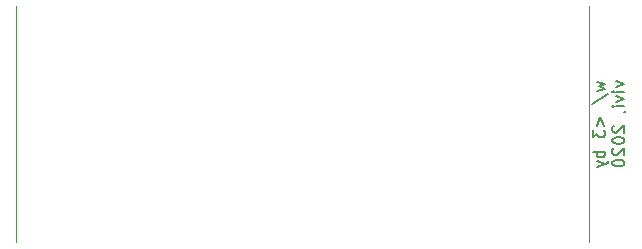
<source format=gbr>
%TF.GenerationSoftware,KiCad,Pcbnew,5.1.6-c6e7f7d~87~ubuntu18.04.1*%
%TF.CreationDate,2020-09-20T16:09:31-04:00*%
%TF.ProjectId,bt500-usbc,62743530-302d-4757-9362-632e6b696361,rev?*%
%TF.SameCoordinates,Original*%
%TF.FileFunction,Legend,Bot*%
%TF.FilePolarity,Positive*%
%FSLAX46Y46*%
G04 Gerber Fmt 4.6, Leading zero omitted, Abs format (unit mm)*
G04 Created by KiCad (PCBNEW 5.1.6-c6e7f7d~87~ubuntu18.04.1) date 2020-09-20 16:09:31*
%MOMM*%
%LPD*%
G01*
G04 APERTURE LIST*
%ADD10C,0.150000*%
%ADD11C,0.120000*%
G04 APERTURE END LIST*
D10*
X172210714Y-92654761D02*
X172877380Y-92845238D01*
X172401190Y-93035714D01*
X172877380Y-93226190D01*
X172210714Y-93416666D01*
X171829761Y-94511904D02*
X173115476Y-93654761D01*
X172210714Y-96369047D02*
X172496428Y-95607142D01*
X172782142Y-96369047D01*
X171877380Y-96750000D02*
X171877380Y-97369047D01*
X172258333Y-97035714D01*
X172258333Y-97178571D01*
X172305952Y-97273809D01*
X172353571Y-97321428D01*
X172448809Y-97369047D01*
X172686904Y-97369047D01*
X172782142Y-97321428D01*
X172829761Y-97273809D01*
X172877380Y-97178571D01*
X172877380Y-96892857D01*
X172829761Y-96797619D01*
X172782142Y-96750000D01*
X172877380Y-98559523D02*
X171877380Y-98559523D01*
X172258333Y-98559523D02*
X172210714Y-98654761D01*
X172210714Y-98845238D01*
X172258333Y-98940476D01*
X172305952Y-98988095D01*
X172401190Y-99035714D01*
X172686904Y-99035714D01*
X172782142Y-98988095D01*
X172829761Y-98940476D01*
X172877380Y-98845238D01*
X172877380Y-98654761D01*
X172829761Y-98559523D01*
X172210714Y-99369047D02*
X172877380Y-99607142D01*
X172210714Y-99845238D02*
X172877380Y-99607142D01*
X173115476Y-99511904D01*
X173163095Y-99464285D01*
X173210714Y-99369047D01*
X173860714Y-92630952D02*
X174527380Y-92869047D01*
X173860714Y-93107142D01*
X174527380Y-93488095D02*
X173860714Y-93488095D01*
X173527380Y-93488095D02*
X173575000Y-93440476D01*
X173622619Y-93488095D01*
X173575000Y-93535714D01*
X173527380Y-93488095D01*
X173622619Y-93488095D01*
X173860714Y-93869047D02*
X174527380Y-94107142D01*
X173860714Y-94345238D01*
X174527380Y-94726190D02*
X173860714Y-94726190D01*
X173527380Y-94726190D02*
X173575000Y-94678571D01*
X173622619Y-94726190D01*
X173575000Y-94773809D01*
X173527380Y-94726190D01*
X173622619Y-94726190D01*
X174479761Y-95250000D02*
X174527380Y-95250000D01*
X174622619Y-95202380D01*
X174670238Y-95154761D01*
X173622619Y-96392857D02*
X173575000Y-96440476D01*
X173527380Y-96535714D01*
X173527380Y-96773809D01*
X173575000Y-96869047D01*
X173622619Y-96916666D01*
X173717857Y-96964285D01*
X173813095Y-96964285D01*
X173955952Y-96916666D01*
X174527380Y-96345238D01*
X174527380Y-96964285D01*
X173527380Y-97583333D02*
X173527380Y-97678571D01*
X173575000Y-97773809D01*
X173622619Y-97821428D01*
X173717857Y-97869047D01*
X173908333Y-97916666D01*
X174146428Y-97916666D01*
X174336904Y-97869047D01*
X174432142Y-97821428D01*
X174479761Y-97773809D01*
X174527380Y-97678571D01*
X174527380Y-97583333D01*
X174479761Y-97488095D01*
X174432142Y-97440476D01*
X174336904Y-97392857D01*
X174146428Y-97345238D01*
X173908333Y-97345238D01*
X173717857Y-97392857D01*
X173622619Y-97440476D01*
X173575000Y-97488095D01*
X173527380Y-97583333D01*
X173622619Y-98297619D02*
X173575000Y-98345238D01*
X173527380Y-98440476D01*
X173527380Y-98678571D01*
X173575000Y-98773809D01*
X173622619Y-98821428D01*
X173717857Y-98869047D01*
X173813095Y-98869047D01*
X173955952Y-98821428D01*
X174527380Y-98250000D01*
X174527380Y-98869047D01*
X173527380Y-99488095D02*
X173527380Y-99583333D01*
X173575000Y-99678571D01*
X173622619Y-99726190D01*
X173717857Y-99773809D01*
X173908333Y-99821428D01*
X174146428Y-99821428D01*
X174336904Y-99773809D01*
X174432142Y-99726190D01*
X174479761Y-99678571D01*
X174527380Y-99583333D01*
X174527380Y-99488095D01*
X174479761Y-99392857D01*
X174432142Y-99345238D01*
X174336904Y-99297619D01*
X174146428Y-99250000D01*
X173908333Y-99250000D01*
X173717857Y-99297619D01*
X173622619Y-99345238D01*
X173575000Y-99392857D01*
X173527380Y-99488095D01*
D11*
X171548125Y-86250000D02*
X171548125Y-106250000D01*
X123030000Y-106250000D02*
X123030000Y-86250000D01*
M02*

</source>
